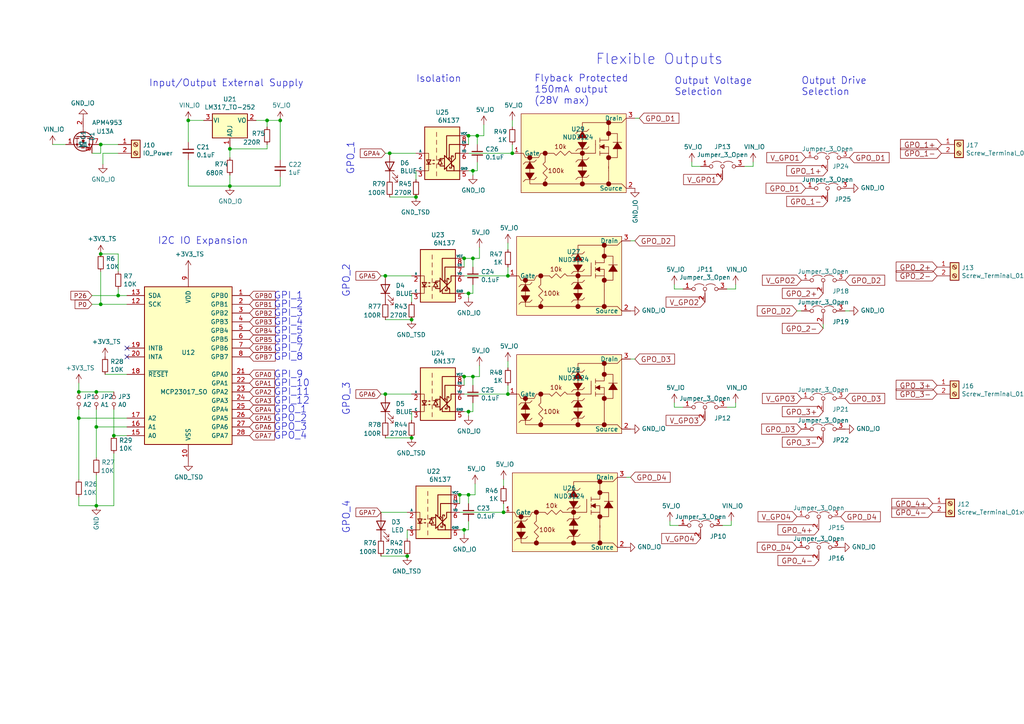
<source format=kicad_sch>
(kicad_sch (version 20211123) (generator eeschema)
  (paper "A4")
  (title_block (title "Tensile Board") (date "2021-02-23") (rev "1"))
  (junction (at 54.61 34.925))
  (junction (at 137.16 74.93))
  (junction (at 27.94 123.825))
  (junction (at 137.16 109.22))
  (junction (at 135.89 143.51))
  (junction (at 81.28 34.925))
  (junction (at 135.89 85.09))
  (junction (at 133.35 143.51))
  (junction (at 135.89 119.38))
  (junction (at 134.62 74.93))
  (junction (at 27.94 146.685))
  (junction (at 137.16 49.53))
  (junction (at 119.38 127))
  (junction (at 66.675 43.18))
  (junction (at 29.21 41.91))
  (junction (at 22.86 113.665))
  (junction (at 134.62 109.22))
  (junction (at 118.11 161.29))
  (junction (at 22.86 121.285))
  (junction (at 148.59 44.45))
  (junction (at 134.62 153.67))
  (junction (at 29.21 73.66))
  (junction (at 77.47 34.925))
  (junction (at 138.43 39.37))
  (junction (at 135.89 39.37))
  (junction (at 120.65 57.15))
  (junction (at 111.76 114.3))
  (junction (at 66.675 53.975))
  (junction (at 146.05 148.59))
  (junction (at 147.32 80.01))
  (junction (at 29.21 88.265))
  (junction (at 34.29 85.725))
  (junction (at 27.94 113.665))
  (junction (at 33.02 126.365))
  (junction (at 119.38 92.71))
  (junction (at 113.03 44.45))
  (junction (at 111.76 80.01))
  (junction (at 147.32 114.3))
  (no_connect (at 36.83 103.505))
  (no_connect (at 36.83 100.965))
  (wire (pts (xy 66.675 53.975) (xy 66.675 50.8)))
  (wire (pts (xy 213.36 118.11) (xy 210.82 118.11)))
  (wire (pts (xy 27.94 123.825) (xy 27.94 118.745)))
  (wire (pts (xy 134.62 119.38) (xy 135.89 119.38)))
  (wire (pts (xy 66.675 53.975) (xy 81.28 53.975)))
  (wire (pts (xy 133.35 148.59) (xy 146.05 148.59)))
  (wire (pts (xy 27.94 113.665) (xy 33.02 113.665)))
  (wire (pts (xy 134.62 111.76) (xy 134.62 109.22)))
  (wire (pts (xy 54.61 53.975) (xy 66.675 53.975)))
  (wire (pts (xy 29.21 73.66) (xy 34.29 73.66)))
  (wire (pts (xy 218.44 48.26) (xy 218.44 46.99)))
  (wire (pts (xy 77.47 43.18) (xy 77.47 41.91)))
  (wire (pts (xy 185.42 34.29) (xy 184.15 34.29)))
  (wire (pts (xy 81.28 34.925) (xy 81.28 46.355)))
  (wire (pts (xy 139.065 109.22) (xy 139.065 106.045)))
  (wire (pts (xy 238.76 93.98) (xy 238.76 95.25)))
  (wire (pts (xy 134.62 77.47) (xy 134.62 74.93)))
  (wire (pts (xy 181.61 138.43) (xy 182.88 138.43)))
  (wire (pts (xy 34.29 83.82) (xy 34.29 85.725)))
  (wire (pts (xy 33.02 126.365) (xy 33.02 118.745)))
  (wire (pts (xy 138.43 41.91) (xy 138.43 39.37)))
  (wire (pts (xy 232.41 90.17) (xy 231.14 90.17)))
  (wire (pts (xy 34.29 85.725) (xy 36.83 85.725)))
  (wire (pts (xy 140.335 39.37) (xy 140.335 36.195)))
  (wire (pts (xy 134.62 114.3) (xy 147.32 114.3)))
  (wire (pts (xy 54.61 34.925) (xy 54.61 41.275)))
  (wire (pts (xy 194.31 152.4) (xy 196.85 152.4)))
  (wire (pts (xy 134.62 85.09) (xy 135.89 85.09)))
  (wire (pts (xy 34.29 73.66) (xy 34.29 78.74)))
  (wire (pts (xy 29.21 78.74) (xy 29.21 88.265)))
  (wire (pts (xy 134.62 74.93) (xy 137.16 74.93)))
  (wire (pts (xy 29.845 44.45) (xy 29.845 47.625)))
  (wire (pts (xy 27.94 137.795) (xy 27.94 146.685)))
  (wire (pts (xy 111.76 127) (xy 119.38 127)))
  (wire (pts (xy 135.89 119.38) (xy 135.89 120.65)))
  (wire (pts (xy 200.66 46.99) (xy 200.66 48.26)))
  (wire (pts (xy 148.59 41.91) (xy 148.59 44.45)))
  (wire (pts (xy 135.89 41.91) (xy 135.89 39.37)))
  (wire (pts (xy 77.47 36.83) (xy 77.47 34.925)))
  (wire (pts (xy 66.675 43.18) (xy 77.47 43.18)))
  (wire (pts (xy 133.35 153.67) (xy 134.62 153.67)))
  (wire (pts (xy 27.94 113.665) (xy 22.86 113.665)))
  (wire (pts (xy 135.89 85.09) (xy 137.16 85.09)))
  (wire (pts (xy 29.21 44.45) (xy 29.21 41.91)))
  (wire (pts (xy 81.28 53.975) (xy 81.28 51.435)))
  (wire (pts (xy 118.11 156.21) (xy 118.11 153.67)))
  (wire (pts (xy 137.16 49.53) (xy 138.43 49.53)))
  (wire (pts (xy 135.89 49.53) (xy 137.16 49.53)))
  (wire (pts (xy 111.76 80.01) (xy 119.38 80.01)))
  (wire (pts (xy 213.36 82.55) (xy 213.36 83.82)))
  (wire (pts (xy 77.47 34.925) (xy 81.28 34.925)))
  (wire (pts (xy 138.43 49.53) (xy 138.43 46.99)))
  (wire (pts (xy 135.89 146.05) (xy 135.89 143.51)))
  (wire (pts (xy 137.16 74.93) (xy 139.065 74.93)))
  (wire (pts (xy 54.61 46.355) (xy 54.61 53.975)))
  (wire (pts (xy 33.02 131.445) (xy 33.02 146.685)))
  (wire (pts (xy 34.29 44.45) (xy 29.845 44.45)))
  (wire (pts (xy 26.67 85.725) (xy 34.29 85.725)))
  (wire (pts (xy 195.58 116.84) (xy 195.58 118.11)))
  (wire (pts (xy 66.675 43.18) (xy 66.675 42.545)))
  (wire (pts (xy 111.76 92.71) (xy 119.38 92.71)))
  (wire (pts (xy 137.16 85.09) (xy 137.16 82.55)))
  (wire (pts (xy 147.32 77.47) (xy 147.32 80.01)))
  (wire (pts (xy 134.62 153.67) (xy 135.89 153.67)))
  (wire (pts (xy 54.61 34.925) (xy 59.055 34.925)))
  (wire (pts (xy 113.03 44.45) (xy 120.65 44.45)))
  (wire (pts (xy 135.89 39.37) (xy 138.43 39.37)))
  (wire (pts (xy 137.16 49.53) (xy 137.16 50.8)))
  (wire (pts (xy 36.83 108.585) (xy 30.48 108.585)))
  (wire (pts (xy 195.58 83.82) (xy 198.12 83.82)))
  (wire (pts (xy 146.05 140.97) (xy 146.05 139.065)))
  (wire (pts (xy 212.09 152.4) (xy 209.55 152.4)))
  (wire (pts (xy 111.76 114.3) (xy 119.38 114.3)))
  (wire (pts (xy 110.49 80.01) (xy 111.76 80.01)))
  (wire (pts (xy 27.94 123.825) (xy 36.83 123.825)))
  (wire (pts (xy 135.89 44.45) (xy 148.59 44.45)))
  (wire (pts (xy 66.675 43.18) (xy 66.675 45.72)))
  (wire (pts (xy 134.62 109.22) (xy 137.16 109.22)))
  (wire (pts (xy 119.38 121.92) (xy 119.38 119.38)))
  (wire (pts (xy 135.89 153.67) (xy 135.89 151.13)))
  (wire (pts (xy 245.11 90.17) (xy 246.38 90.17)))
  (wire (pts (xy 110.49 114.3) (xy 111.76 114.3)))
  (wire (pts (xy 22.86 121.285) (xy 22.86 118.745)))
  (wire (pts (xy 148.59 36.83) (xy 148.59 34.925)))
  (wire (pts (xy 134.62 80.01) (xy 147.32 80.01)))
  (wire (pts (xy 36.83 126.365) (xy 33.02 126.365)))
  (wire (pts (xy 194.31 151.13) (xy 194.31 152.4)))
  (wire (pts (xy 147.32 111.76) (xy 147.32 114.3)))
  (wire (pts (xy 184.15 104.14) (xy 182.88 104.14)))
  (wire (pts (xy 213.36 83.82) (xy 210.82 83.82)))
  (wire (pts (xy 110.49 148.59) (xy 118.11 148.59)))
  (wire (pts (xy 135.89 119.38) (xy 137.16 119.38)))
  (wire (pts (xy 111.76 44.45) (xy 113.03 44.45)))
  (wire (pts (xy 200.66 48.26) (xy 203.2 48.26)))
  (wire (pts (xy 29.21 88.265) (xy 36.83 88.265)))
  (wire (pts (xy 110.49 161.29) (xy 118.11 161.29)))
  (wire (pts (xy 182.88 69.85) (xy 184.15 69.85)))
  (wire (pts (xy 212.09 151.13) (xy 212.09 152.4)))
  (wire (pts (xy 113.03 57.15) (xy 120.65 57.15)))
  (wire (pts (xy 146.05 146.05) (xy 146.05 148.59)))
  (wire (pts (xy 135.89 143.51) (xy 137.795 143.51)))
  (wire (pts (xy 213.36 116.84) (xy 213.36 118.11)))
  (wire (pts (xy 195.58 82.55) (xy 195.58 83.82)))
  (wire (pts (xy 137.16 77.47) (xy 137.16 74.93)))
  (wire (pts (xy 29.21 88.265) (xy 26.67 88.265)))
  (wire (pts (xy 195.58 118.11) (xy 198.12 118.11)))
  (wire (pts (xy 138.43 39.37) (xy 140.335 39.37)))
  (wire (pts (xy 119.38 87.63) (xy 119.38 85.09)))
  (wire (pts (xy 137.16 119.38) (xy 137.16 116.84)))
  (wire (pts (xy 29.21 41.91) (xy 34.29 41.91)))
  (wire (pts (xy 77.47 34.925) (xy 74.295 34.925)))
  (wire (pts (xy 137.795 143.51) (xy 137.795 140.335)))
  (wire (pts (xy 22.86 121.285) (xy 36.83 121.285)))
  (wire (pts (xy 26.67 44.45) (xy 29.21 44.45)))
  (wire (pts (xy 22.86 146.685) (xy 27.94 146.685)))
  (wire (pts (xy 27.94 146.685) (xy 33.02 146.685)))
  (wire (pts (xy 147.32 72.39) (xy 147.32 70.485)))
  (wire (pts (xy 215.9 48.26) (xy 218.44 48.26)))
  (wire (pts (xy 22.86 144.145) (xy 22.86 146.685)))
  (wire (pts (xy 134.62 153.67) (xy 134.62 154.94)))
  (wire (pts (xy 27.94 132.715) (xy 27.94 123.825)))
  (wire (pts (xy 15.24 41.91) (xy 19.05 41.91)))
  (wire (pts (xy 22.86 139.065) (xy 22.86 121.285)))
  (wire (pts (xy 139.065 74.93) (xy 139.065 71.755)))
  (wire (pts (xy 22.86 113.665) (xy 22.86 111.125)))
  (wire (pts (xy 135.89 85.09) (xy 135.89 86.36)))
  (wire (pts (xy 137.16 111.76) (xy 137.16 109.22)))
  (wire (pts (xy 137.16 109.22) (xy 139.065 109.22)))
  (wire (pts (xy 133.35 146.05) (xy 133.35 143.51)))
  (wire (pts (xy 147.32 106.68) (xy 147.32 104.775)))
  (wire (pts (xy 133.35 143.51) (xy 135.89 143.51)))
  (wire (pts (xy 120.65 52.07) (xy 120.65 49.53)))
  (text "GPI_6" (at 79.375 99.695 0) (effects (font (size 2.0066 2.0066)) (justify left bottom)))
  (text "GPO_3" (at 101.6 120.65 90) (effects (font (size 2.0066 2.0066)) (justify left bottom)))
  (text "GPI_4" (at 79.375 94.615 0) (effects (font (size 2.0066 2.0066)) (justify left bottom)))
  (text "Output Voltage\nSelection" (at 195.58 27.94 0) (effects (font (size 2.0066 2.0066)) (justify left bottom)))
  (text "GPI_11" (at 79.375 114.935 0) (effects (font (size 2.0066 2.0066)) (justify left bottom)))
  (text "Flexible Outputs" (at 172.72 19.05 0) (effects (font (size 2.9972 2.9972)) (justify left bottom)))
  (text "GPI_7" (at 79.375 102.235 0) (effects (font (size 2.0066 2.0066)) (justify left bottom)))
  (text "GPO_3" (at 79.375 125.095 0) (effects (font (size 2.0066 2.0066)) (justify left bottom)))
  (text "GPI_10" (at 79.375 112.395 0) (effects (font (size 2.0066 2.0066)) (justify left bottom)))
  (text "Input/Output External Supply" (at 43.18 25.4 0) (effects (font (size 2.0066 2.0066)) (justify left bottom)))
  (text "GPI_3" (at 79.375 92.075 0) (effects (font (size 2.0066 2.0066)) (justify left bottom)))
  (text "GPI_9" (at 79.375 109.855 0) (effects (font (size 2.0066 2.0066)) (justify left bottom)))
  (text "GPO_2" (at 79.375 122.555 0) (effects (font (size 2.0066 2.0066)) (justify left bottom)))
  (text "GPO_1" (at 102.87 50.8 90) (effects (font (size 2.0066 2.0066)) (justify left bottom)))
  (text "I2C IO Expansion" (at 45.72 71.12 0) (effects (font (size 2.0066 2.0066)) (justify left bottom)))
  (text "GPI_1" (at 79.375 86.995 0) (effects (font (size 2.0066 2.0066)) (justify left bottom)))
  (text "GPO_4" (at 101.6 154.94 90) (effects (font (size 2.0066 2.0066)) (justify left bottom)))
  (text "GPI_12" (at 79.375 117.475 0) (effects (font (size 2.0066 2.0066)) (justify left bottom)))
  (text "GPI_8" (at 79.375 104.775 0) (effects (font (size 2.0066 2.0066)) (justify left bottom)))
  (text "GPO_4" (at 79.375 127.635 0) (effects (font (size 2.0066 2.0066)) (justify left bottom)))
  (text "GPO_2" (at 101.6 86.36 90) (effects (font (size 2.0066 2.0066)) (justify left bottom)))
  (text "GPI_5" (at 79.375 97.155 0) (effects (font (size 2.0066 2.0066)) (justify left bottom)))
  (text "GPI_2" (at 79.375 89.535 0) (effects (font (size 2.0066 2.0066)) (justify left bottom)))
  (text "GPO_1" (at 79.375 120.015 0) (effects (font (size 2.0066 2.0066)) (justify left bottom)))
  (text "Isolation" (at 120.65 24.13 0) (effects (font (size 2.0066 2.0066)) (justify left bottom)))
  (text "Output Drive\nSelection" (at 232.41 27.94 0) (effects (font (size 2.0066 2.0066)) (justify left bottom)))
  (text "Flyback Protected\n150mA output\n(28V max)" (at 154.94 30.48 0) (effects (font (size 2.0066 2.0066)) (justify left bottom)))
  (global_label "GPB0" (shape input) (at 72.39 85.725 0) (property "Intersheet References" "${INTERSHEET_REFS}" (effects hide)))
  (global_label "GPO_D3" (shape input) (at 184.15 104.14 0) (effects (font (size 1.4986 1.4986))) (property "Intersheet References" "${INTERSHEET_REFS}" (effects hide)))
  (global_label "GPA6" (shape input) (at 72.39 123.825 0) (property "Intersheet References" "${INTERSHEET_REFS}" (effects hide)))
  (global_label "GPA1" (shape input) (at 72.39 111.125 0) (property "Intersheet References" "${INTERSHEET_REFS}" (effects hide)))
  (global_label "GPO_1+" (shape input) (at 273.05 41.91 180) (effects (font (size 1.4986 1.4986))) (property "Intersheet References" "${INTERSHEET_REFS}" (effects hide)))
  (global_label "GPO_D2" (shape input) (at 245.11 81.28 0) (effects (font (size 1.4986 1.4986))) (property "Intersheet References" "${INTERSHEET_REFS}" (effects hide)))
  (global_label "GPO_1+" (shape input) (at 240.03 49.53 180) (effects (font (size 1.4986 1.4986))) (property "Intersheet References" "${INTERSHEET_REFS}" (effects hide)))
  (global_label "GPB3" (shape input) (at 72.39 93.345 0) (property "Intersheet References" "${INTERSHEET_REFS}" (effects hide)))
  (global_label "GPO_4-" (shape input) (at 270.51 148.59 180) (effects (font (size 1.4986 1.4986))) (property "Intersheet References" "${INTERSHEET_REFS}" (effects hide)))
  (global_label "GPO_1-" (shape input) (at 273.05 44.45 180) (effects (font (size 1.4986 1.4986))) (property "Intersheet References" "${INTERSHEET_REFS}" (effects hide)))
  (global_label "P26" (shape input) (at 26.67 85.725 180) (property "Intersheet References" "${INTERSHEET_REFS}" (effects hide)))
  (global_label "GPB4" (shape input) (at 72.39 95.885 0) (property "Intersheet References" "${INTERSHEET_REFS}" (effects hide)))
  (global_label "V_GPO2" (shape input) (at 232.41 81.28 180) (effects (font (size 1.4986 1.4986))) (property "Intersheet References" "${INTERSHEET_REFS}" (effects hide)))
  (global_label "GPA6" (shape input) (at 110.49 114.3 180) (property "Intersheet References" "${INTERSHEET_REFS}" (effects hide)))
  (global_label "V_GPO1" (shape input) (at 233.68 45.72 180) (effects (font (size 1.4986 1.4986))) (property "Intersheet References" "${INTERSHEET_REFS}" (effects hide)))
  (global_label "GPO_D3" (shape input) (at 245.11 115.57 0) (effects (font (size 1.4986 1.4986))) (property "Intersheet References" "${INTERSHEET_REFS}" (effects hide)))
  (global_label "GPB2" (shape input) (at 72.39 90.805 0) (property "Intersheet References" "${INTERSHEET_REFS}" (effects hide)))
  (global_label "GPO_D4" (shape input) (at 231.14 158.75 180) (effects (font (size 1.4986 1.4986))) (property "Intersheet References" "${INTERSHEET_REFS}" (effects hide)))
  (global_label "GPO_3+" (shape input) (at 271.78 111.76 180) (effects (font (size 1.4986 1.4986))) (property "Intersheet References" "${INTERSHEET_REFS}" (effects hide)))
  (global_label "GPO_4+" (shape input) (at 237.49 153.67 180) (effects (font (size 1.4986 1.4986))) (property "Intersheet References" "${INTERSHEET_REFS}" (effects hide)))
  (global_label "P0" (shape input) (at 26.67 88.265 180) (property "Intersheet References" "${INTERSHEET_REFS}" (effects hide)))
  (global_label "GPO_D1" (shape input) (at 246.38 45.72 0) (effects (font (size 1.4986 1.4986))) (property "Intersheet References" "${INTERSHEET_REFS}" (effects hide)))
  (global_label "GPB6" (shape input) (at 72.39 100.965 0) (property "Intersheet References" "${INTERSHEET_REFS}" (effects hide)))
  (global_label "GPO_3+" (shape input) (at 238.76 119.38 180) (effects (font (size 1.4986 1.4986))) (property "Intersheet References" "${INTERSHEET_REFS}" (effects hide)))
  (global_label "GPO_2-" (shape input) (at 271.78 80.01 180) (effects (font (size 1.4986 1.4986))) (property "Intersheet References" "${INTERSHEET_REFS}" (effects hide)))
  (global_label "GPO_3-" (shape input) (at 238.76 128.27 180) (effects (font (size 1.4986 1.4986))) (property "Intersheet References" "${INTERSHEET_REFS}" (effects hide)))
  (global_label "GPO_D3" (shape input) (at 232.41 124.46 180) (effects (font (size 1.4986 1.4986))) (property "Intersheet References" "${INTERSHEET_REFS}" (effects hide)))
  (global_label "GPO_2+" (shape input) (at 271.78 77.47 180) (effects (font (size 1.4986 1.4986))) (property "Intersheet References" "${INTERSHEET_REFS}" (effects hide)))
  (global_label "GPO_4+" (shape input) (at 270.51 146.05 180) (effects (font (size 1.4986 1.4986))) (property "Intersheet References" "${INTERSHEET_REFS}" (effects hide)))
  (global_label "GPO_D1" (shape input) (at 233.68 54.61 180) (effects (font (size 1.4986 1.4986))) (property "Intersheet References" "${INTERSHEET_REFS}" (effects hide)))
  (global_label "V_GPO1" (shape input) (at 209.55 52.07 180) (effects (font (size 1.4986 1.4986))) (property "Intersheet References" "${INTERSHEET_REFS}" (effects hide)))
  (global_label "GPB1" (shape input) (at 72.39 88.265 0) (property "Intersheet References" "${INTERSHEET_REFS}" (effects hide)))
  (global_label "GPA7" (shape input) (at 72.39 126.365 0) (property "Intersheet References" "${INTERSHEET_REFS}" (effects hide)))
  (global_label "GPA2" (shape input) (at 72.39 113.665 0) (property "Intersheet References" "${INTERSHEET_REFS}" (effects hide)))
  (global_label "GPB7" (shape input) (at 72.39 103.505 0) (property "Intersheet References" "${INTERSHEET_REFS}" (effects hide)))
  (global_label "V_GPO3" (shape input) (at 204.47 121.92 180) (effects (font (size 1.4986 1.4986))) (property "Intersheet References" "${INTERSHEET_REFS}" (effects hide)))
  (global_label "GPO_D4" (shape input) (at 182.88 138.43 0) (effects (font (size 1.4986 1.4986))) (property "Intersheet References" "${INTERSHEET_REFS}" (effects hide)))
  (global_label "GPA4" (shape input) (at 111.76 44.45 180) (property "Intersheet References" "${INTERSHEET_REFS}" (effects hide)))
  (global_label "GPA5" (shape input) (at 110.49 80.01 180) (property "Intersheet References" "${INTERSHEET_REFS}" (effects hide)))
  (global_label "GPO_3-" (shape input) (at 271.78 114.3 180) (effects (font (size 1.4986 1.4986))) (property "Intersheet References" "${INTERSHEET_REFS}" (effects hide)))
  (global_label "GPO_2+" (shape input) (at 238.76 85.09 180) (effects (font (size 1.4986 1.4986))) (property "Intersheet References" "${INTERSHEET_REFS}" (effects hide)))
  (global_label "GPO_D1" (shape input) (at 185.42 34.29 0) (effects (font (size 1.4986 1.4986))) (property "Intersheet References" "${INTERSHEET_REFS}" (effects hide)))
  (global_label "V_GPO4" (shape input) (at 231.14 149.86 180) (effects (font (size 1.4986 1.4986))) (property "Intersheet References" "${INTERSHEET_REFS}" (effects hide)))
  (global_label "GPB5" (shape input) (at 72.39 98.425 0) (property "Intersheet References" "${INTERSHEET_REFS}" (effects hide)))
  (global_label "V_GPO4" (shape input) (at 203.2 156.21 180) (effects (font (size 1.4986 1.4986))) (property "Intersheet References" "${INTERSHEET_REFS}" (effects hide)))
  (global_label "V_GPO2" (shape input) (at 204.47 87.63 180) (effects (font (size 1.4986 1.4986))) (property "Intersheet References" "${INTERSHEET_REFS}" (effects hide)))
  (global_label "GPO_1-" (shape input) (at 240.03 58.42 180) (effects (font (size 1.4986 1.4986))) (property "Intersheet References" "${INTERSHEET_REFS}" (effects hide)))
  (global_label "GPA4" (shape input) (at 72.39 118.745 0) (property "Intersheet References" "${INTERSHEET_REFS}" (effects hide)))
  (global_label "GPO_D2" (shape input) (at 184.15 69.85 0) (effects (font (size 1.4986 1.4986))) (property "Intersheet References" "${INTERSHEET_REFS}" (effects hide)))
  (global_label "GPO_D2" (shape input) (at 231.14 90.17 180) (effects (font (size 1.4986 1.4986))) (property "Intersheet References" "${INTERSHEET_REFS}" (effects hide)))
  (global_label "GPO_2-" (shape input) (at 238.76 95.25 180) (effects (font (size 1.4986 1.4986))) (property "Intersheet References" "${INTERSHEET_REFS}" (effects hide)))
  (global_label "GPO_D4" (shape input) (at 243.84 149.86 0) (effects (font (size 1.4986 1.4986))) (property "Intersheet References" "${INTERSHEET_REFS}" (effects hide)))
  (global_label "GPA3" (shape input) (at 72.39 116.205 0) (property "Intersheet References" "${INTERSHEET_REFS}" (effects hide)))
  (global_label "V_GPO3" (shape input) (at 232.41 115.57 180) (effects (font (size 1.4986 1.4986))) (property "Intersheet References" "${INTERSHEET_REFS}" (effects hide)))
  (global_label "GPO_4-" (shape input) (at 237.49 162.56 180) (effects (font (size 1.4986 1.4986))) (property "Intersheet References" "${INTERSHEET_REFS}" (effects hide)))
  (global_label "GPA7" (shape input) (at 110.49 148.59 180) (property "Intersheet References" "${INTERSHEET_REFS}" (effects hide)))
  (global_label "GPA0" (shape input) (at 72.39 108.585 0) (property "Intersheet References" "${INTERSHEET_REFS}" (effects hide)))
  (global_label "GPA5" (shape input) (at 72.39 121.285 0) (property "Intersheet References" "${INTERSHEET_REFS}" (effects hide)))
  (symbol (lib_id "power:GND") (at 27.94 146.685 0)
    (property "Reference" "#PWR0143" (effects hide))
    (property "Value" "GND" (at 27.94 151.765 90))
  )
  (symbol (lib_id "Device:R_Small") (at 33.02 128.905 0)
    (property "Reference" "R29" (at 34.5186 127.7366 0) (effects (justify left)))
    (property "Value" "10K" (at 34.5186 130.048 0) (effects (justify left)))
    (property "Footprint" "Resistor_SMD:R_0603_1608Metric" (effects hide))
    (property "Datasheet" "https://datasheet.lcsc.com/szlcsc/Uniroyal-Elec-0603WAF1002T5E_C25804.pdf" (effects hide))
    (property "LCSC" "C25804" (effects hide))
    (property "Type" "BASIC" (effects hide))
  )
  (symbol (lib_id "Device:R_Small") (at 27.94 135.255 0)
    (property "Reference" "R27" (at 29.4386 134.0866 0) (effects (justify left)))
    (property "Value" "10K" (at 29.21 136.525 0) (effects (justify left)))
    (property "Footprint" "Resistor_SMD:R_0603_1608Metric" (effects hide))
    (property "Datasheet" "https://datasheet.lcsc.com/szlcsc/Uniroyal-Elec-0603WAF1002T5E_C25804.pdf" (effects hide))
    (property "LCSC" "C25804" (effects hide))
    (property "Type" "BASIC" (effects hide))
  )
  (symbol (lib_id "Device:R_Small") (at 22.86 141.605 0)
    (property "Reference" "R26" (at 24.3586 140.4366 0) (effects (justify left)))
    (property "Value" "10K" (at 24.13 142.875 0) (effects (justify left)))
    (property "Footprint" "Resistor_SMD:R_0603_1608Metric" (effects hide))
    (property "Datasheet" "https://datasheet.lcsc.com/szlcsc/Uniroyal-Elec-0603WAF1002T5E_C25804.pdf" (effects hide))
    (property "LCSC" "C25804" (effects hide))
    (property "Type" "BASIC" (effects hide))
  )
  (symbol (lib_id "Device:Jumper_NO_Small") (at 33.02 116.205 270)
    (property "Reference" "JP3" (at 34.2392 115.0366 90) (effects (justify left)))
    (property "Value" "A0" (at 34.2392 117.348 90) (effects (justify left)))
    (property "Footprint" "Jumper:SolderJumper-2_P1.3mm_Open_Pad1.0x1.5mm" (effects hide))
    (property "Type" "NA" (effects hide))
  )
  (symbol (lib_id "Device:Jumper_NO_Small") (at 27.94 116.205 270)
    (property "Reference" "JP2" (at 29.1592 115.0366 90) (effects (justify left)))
    (property "Value" "A1" (at 29.1592 117.348 90) (effects (justify left)))
    (property "Footprint" "Jumper:SolderJumper-2_P1.3mm_Open_Pad1.0x1.5mm" (effects hide))
    (property "Type" "NA" (effects hide))
  )
  (symbol (lib_id "Device:Jumper_NO_Small") (at 22.86 116.205 270)
    (property "Reference" "JP1" (at 24.0792 115.0366 90) (effects (justify left)))
    (property "Value" "A2" (at 24.0792 117.348 90) (effects (justify left)))
    (property "Footprint" "Jumper:SolderJumper-2_P1.3mm_Open_Pad1.0x1.5mm" (effects hide))
    (property "Type" "NA" (effects hide))
  )
  (symbol (lib_id "Device:R_Small") (at 30.48 106.045 0)
    (property "Reference" "R28" (at 31.9786 104.8766 0) (effects (justify left)))
    (property "Value" "10K" (at 31.9786 107.188 0) (effects (justify left)))
    (property "Footprint" "Resistor_SMD:R_0603_1608Metric" (effects hide))
    (property "Datasheet" "https://datasheet.lcsc.com/szlcsc/Uniroyal-Elec-0603WAF1002T5E_C25804.pdf" (effects hide))
    (property "LCSC" "C25804" (effects hide))
    (property "Type" "BASIC" (effects hide))
  )
  (symbol (lib_id "Interface_Expansion:MCP23017_SO") (at 54.61 106.045 0)
    (property "Reference" "U12" (at 54.61 102.235 0))
    (property "Value" "MCP23017_SO" (at 53.34 113.665 0))
    (property "Footprint" "Package_SO:SOIC-28W_7.5x17.9mm_P1.27mm" (effects hide))
    (property "Datasheet" "http://ww1.microchip.com/downloads/en/DeviceDoc/20001952C.pdf" (effects hide))
    (property "LCSC" "C47023" (effects hide))
    (property "Type" "EXT" (effects hide))
  )
  (symbol (lib_id "Tensile_Board:GND_TSD") (at 54.61 133.985 0) (unit 1)
    (property "Reference" "#PWR0144" (effects hide))
    (property "Value" "GND_TSD" (at 54.737 138.3792 0))
  )
  (symbol (lib_id "Tensile_Board:+3.3V_TS") (at 22.86 111.125 0) (unit 1)
    (property "Reference" "#PWR0145" (effects hide))
    (property "Value" "+3.3V_TS" (at 23.241 106.7308 0))
  )
  (symbol (lib_id "Tensile_Board:+3.3V_TS") (at 30.48 103.505 0) (unit 1)
    (property "Reference" "#PWR0146" (effects hide))
    (property "Value" "+3.3V_TS" (at 30.861 99.1108 0))
  )
  (symbol (lib_id "Tensile_Board:+3.3V_TS") (at 54.61 78.105 0) (unit 1)
    (property "Reference" "#PWR0147" (effects hide))
    (property "Value" "+3.3V_TS" (at 54.991 73.7108 0))
  )
  (symbol (lib_id "Tensile_Board:5V_IO") (at 200.66 46.99 0) (unit 1)
    (property "Reference" "#PWR0154" (effects hide))
    (property "Value" "5V_IO" (at 201.041 42.5958 0))
  )
  (symbol (lib_id "Tensile_Board:GND_TSD") (at 120.65 57.15 0) (mirror y)
    (property "Reference" "#PWR0153" (effects hide))
    (property "Value" "GND_TSD" (at 120.523 61.5442 0))
  )
  (symbol (lib_id "Isolator:6N137") (at 128.27 44.45 0)
    (property "Reference" "U25" (at 128.27 32.5882 0))
    (property "Value" "6N137" (at 130.175 34.925 0))
    (property "Footprint" "Package_SO:SOP-8_6.62x9.15mm_P2.54mm" (effects hide))
    (property "Datasheet" "https://docs.broadcom.com/docs/AV02-0940EN" (effects hide))
    (property "LCSC" "C110020" (effects hide))
    (property "Type" "BASIC" (effects hide))
  )
  (symbol (lib_id "Device:C_Small") (at 138.43 44.45 0)
    (property "Reference" "C26" (at 140.7668 43.2816 0) (effects (justify left)))
    (property "Value" "0.1uF" (at 140.7668 45.593 0) (effects (justify left)))
    (property "Footprint" "Capacitor_SMD:C_0603_1608Metric" (effects hide))
    (property "Datasheet" "https://datasheet.lcsc.com/szlcsc/YAGEO-CC0603KRX7R9BB104_C14663.pdf" (effects hide))
    (property "LCSC" "C14663" (effects hide))
    (property "Type" "BASIC" (effects hide))
  )
  (symbol (lib_id "Device:R_Small") (at 120.65 54.61 0)
    (property "Reference" "R45" (at 115.57 53.34 0) (effects (justify left)))
    (property "Value" "270R" (at 114.3 55.88 0) (effects (justify left)))
    (property "Footprint" "Resistor_SMD:R_0603_1608Metric" (effects hide))
    (property "Datasheet" "https://datasheet.lcsc.com/szlcsc/Uniroyal-Elec-0603WAF2700T5E_C22966.pdf" (effects hide))
    (property "LCSC" "C22966" (effects hide))
    (property "Type" "BASIC" (effects hide))
  )
  (symbol (lib_id "Device:R_Small") (at 148.59 39.37 0) (mirror y)
    (property "Reference" "R49" (at 147.0914 38.2016 0) (effects (justify left)))
    (property "Value" "1K" (at 147.0914 40.513 0) (effects (justify left)))
    (property "Footprint" "Resistor_SMD:R_0603_1608Metric" (effects hide))
    (property "Datasheet" "https://datasheet.lcsc.com/szlcsc/Uniroyal-Elec-0603WAF3600T5E_C25194.pdf" (effects hide))
    (property "LCSC" "C21190" (effects hide))
    (property "Type" "BASIC" (effects hide))
  )
  (symbol (lib_id "Tensile_Board:NUD3124") (at 167.64 44.45 0) (unit 1)
    (property "Reference" "U29" (at 167.64 37.465 0))
    (property "Value" "NUD3124" (at 167.64 39.7764 0))
    (property "Footprint" "Package_TO_SOT_SMD:SOT-23" (effects hide))
    (property "Datasheet" "https://datasheet.lcsc.com/szlcsc/ON-Semicon-ON-NUD3124LT1G_C85758.pdf" (effects hide))
    (property "LCSC" "C85758" (effects hide))
    (property "Type" "EXT" (effects hide))
  )
  (symbol (lib_id "Tensile_Board:5V_IO") (at 148.59 34.925 0) (unit 1)
    (property "Reference" "#PWR0152" (effects hide))
    (property "Value" "5V_IO" (at 148.971 30.5308 0))
  )
  (symbol (lib_id "Tensile_Board:GND_IO") (at 137.16 50.8 0) (unit 1)
    (property "Reference" "#PWR0151" (effects hide))
    (property "Value" "GND_IO" (at 137.287 55.1942 0))
  )
  (symbol (lib_id "Tensile_Board:5V_IO") (at 140.335 36.195 0) (unit 1)
    (property "Reference" "#PWR0150" (effects hide))
    (property "Value" "5V_IO" (at 140.716 31.8008 0))
  )
  (symbol (lib_id "Tensile_Board:5V_IO") (at 139.065 71.755 0) (unit 1)
    (property "Reference" "#PWR0157" (effects hide))
    (property "Value" "5V_IO" (at 139.446 67.3608 0))
  )
  (symbol (lib_id "Tensile_Board:GND_IO") (at 135.89 86.36 0) (unit 1)
    (property "Reference" "#PWR0158" (effects hide))
    (property "Value" "GND_IO" (at 136.017 90.7542 0))
  )
  (symbol (lib_id "Tensile_Board:5V_IO") (at 147.32 70.485 0) (unit 1)
    (property "Reference" "#PWR0159" (effects hide))
    (property "Value" "5V_IO" (at 147.701 66.0908 0))
  )
  (symbol (lib_id "Tensile_Board:NUD3124") (at 166.37 80.01 0) (unit 1)
    (property "Reference" "U27" (at 166.37 73.025 0))
    (property "Value" "NUD3124" (at 166.37 75.3364 0))
    (property "Footprint" "Package_TO_SOT_SMD:SOT-23" (effects hide))
    (property "Datasheet" "https://datasheet.lcsc.com/szlcsc/ON-Semicon-ON-NUD3124LT1G_C85758.pdf" (effects hide))
    (property "LCSC" "C85758" (effects hide))
    (property "Type" "EXT" (effects hide))
  )
  (symbol (lib_id "Device:R_Small") (at 147.32 74.93 0) (mirror y)
    (property "Reference" "R47" (at 145.8214 73.7616 0) (effects (justify left)))
    (property "Value" "1K" (at 145.8214 76.073 0) (effects (justify left)))
    (property "Footprint" "Resistor_SMD:R_0603_1608Metric" (effects hide))
    (property "Datasheet" "https://datasheet.lcsc.com/szlcsc/Uniroyal-Elec-0603WAF3600T5E_C25194.pdf" (effects hide))
    (property "LCSC" "C21190" (effects hide))
    (property "Type" "BASIC" (effects hide))
  )
  (symbol (lib_id "Device:R_Small") (at 119.38 90.17 0)
    (property "Reference" "R43" (at 114.3 88.9 0) (effects (justify left)))
    (property "Value" "270R" (at 113.03 91.44 0) (effects (justify left)))
    (property "Footprint" "Resistor_SMD:R_0603_1608Metric" (effects hide))
    (property "Datasheet" "https://datasheet.lcsc.com/szlcsc/Uniroyal-Elec-0603WAF2700T5E_C22966.pdf" (effects hide))
    (property "LCSC" "C22966" (effects hide))
    (property "Type" "BASIC" (effects hide))
  )
  (symbol (lib_id "Device:C_Small") (at 137.16 80.01 0)
    (property "Reference" "C24" (at 139.4968 78.8416 0) (effects (justify left)))
    (property "Value" "0.1uF" (at 139.4968 81.153 0) (effects (justify left)))
    (property "Footprint" "Capacitor_SMD:C_0603_1608Metric" (effects hide))
    (property "Datasheet" "https://datasheet.lcsc.com/szlcsc/YAGEO-CC0603KRX7R9BB104_C14663.pdf" (effects hide))
    (property "LCSC" "C14663" (effects hide))
    (property "Type" "BASIC" (effects hide))
  )
  (symbol (lib_id "Isolator:6N137") (at 127 80.01 0)
    (property "Reference" "U23" (at 127 68.1482 0))
    (property "Value" "6N137" (at 128.905 70.485 0))
    (property "Footprint" "Package_SO:SOP-8_6.62x9.15mm_P2.54mm" (effects hide))
    (property "Datasheet" "https://docs.broadcom.com/docs/AV02-0940EN" (effects hide))
    (property "LCSC" "C110020" (effects hide))
    (property "Type" "BASIC" (effects hide))
  )
  (symbol (lib_id "Tensile_Board:GND_TSD") (at 119.38 92.71 0) (mirror y)
    (property "Reference" "#PWR0167" (effects hide))
    (property "Value" "GND_TSD" (at 119.253 97.1042 0))
  )
  (symbol (lib_id "Tensile_Board:5V_IO") (at 195.58 82.55 0) (unit 1)
    (property "Reference" "#PWR0168" (effects hide))
    (property "Value" "5V_IO" (at 195.961 78.1558 0))
  )
  (symbol (lib_id "Connector:Screw_Terminal_01x02") (at 278.13 41.91 0) (unit 1)
    (property "Reference" "J17" (at 280.162 42.1132 0) (effects (justify left)))
    (property "Value" "Screw_Terminal_01x02" (at 280.162 44.4246 0) (effects (justify left)))
    (property "Footprint" "TerminalBlock_4Ucon:TerminalBlock_4Ucon_1x02_P3.50mm_Vertical" (effects hide))
    (property "Type" "NA" (effects hide))
  )
  (symbol (lib_id "Connector:Screw_Terminal_01x02") (at 276.86 77.47 0) (unit 1)
    (property "Reference" "J13" (at 278.892 77.6732 0) (effects (justify left)))
    (property "Value" "Screw_Terminal_01x02" (at 278.892 79.9846 0) (effects (justify left)))
    (property "Footprint" "TerminalBlock_4Ucon:TerminalBlock_4Ucon_1x02_P3.50mm_Vertical" (effects hide))
    (property "Type" "NA" (effects hide))
  )
  (symbol (lib_id "Connector:Screw_Terminal_01x02") (at 276.86 111.76 0) (unit 1)
    (property "Reference" "J16" (at 278.892 111.9632 0) (effects (justify left)))
    (property "Value" "Screw_Terminal_01x02" (at 278.892 114.2746 0) (effects (justify left)))
    (property "Footprint" "TerminalBlock_4Ucon:TerminalBlock_4Ucon_1x02_P3.50mm_Vertical" (effects hide))
    (property "Type" "NA" (effects hide))
  )
  (symbol (lib_id "Connector:Screw_Terminal_01x02") (at 275.59 146.05 0) (unit 1)
    (property "Reference" "J12" (at 277.622 146.2532 0) (effects (justify left)))
    (property "Value" "Screw_Terminal_01x02" (at 277.622 148.5646 0) (effects (justify left)))
    (property "Footprint" "TerminalBlock_4Ucon:TerminalBlock_4Ucon_1x02_P3.50mm_Vertical" (effects hide))
    (property "Type" "NA" (effects hide))
  )
  (symbol (lib_id "Tensile_Board:5V_IO") (at 139.065 106.045 0) (unit 1)
    (property "Reference" "#PWR0171" (effects hide))
    (property "Value" "5V_IO" (at 139.446 101.6508 0))
  )
  (symbol (lib_id "Tensile_Board:GND_IO") (at 135.89 120.65 0) (unit 1)
    (property "Reference" "#PWR0172" (effects hide))
    (property "Value" "GND_IO" (at 136.017 125.0442 0))
  )
  (symbol (lib_id "Tensile_Board:5V_IO") (at 147.32 104.775 0) (unit 1)
    (property "Reference" "#PWR0173" (effects hide))
    (property "Value" "5V_IO" (at 147.701 100.3808 0))
  )
  (symbol (lib_id "Tensile_Board:NUD3124") (at 166.37 114.3 0) (unit 1)
    (property "Reference" "U28" (at 166.37 107.315 0))
    (property "Value" "NUD3124" (at 166.37 109.6264 0))
    (property "Footprint" "Package_TO_SOT_SMD:SOT-23" (effects hide))
    (property "Datasheet" "https://datasheet.lcsc.com/szlcsc/ON-Semicon-ON-NUD3124LT1G_C85758.pdf" (effects hide))
    (property "LCSC" "C85758" (effects hide))
    (property "Type" "EXT" (effects hide))
  )
  (symbol (lib_id "Device:R_Small") (at 147.32 109.22 0) (mirror y)
    (property "Reference" "R48" (at 145.8214 108.0516 0) (effects (justify left)))
    (property "Value" "1K" (at 145.8214 110.363 0) (effects (justify left)))
    (property "Footprint" "Resistor_SMD:R_0603_1608Metric" (effects hide))
    (property "Datasheet" "https://datasheet.lcsc.com/szlcsc/Uniroyal-Elec-0603WAF3600T5E_C25194.pdf" (effects hide))
    (property "LCSC" "C21190" (effects hide))
    (property "Type" "BASIC" (effects hide))
  )
  (symbol (lib_id "Device:R_Small") (at 119.38 124.46 0)
    (property "Reference" "R44" (at 114.3 123.19 0) (effects (justify left)))
    (property "Value" "270R" (at 113.03 125.73 0) (effects (justify left)))
    (property "Footprint" "Resistor_SMD:R_0603_1608Metric" (effects hide))
    (property "Datasheet" "https://datasheet.lcsc.com/szlcsc/Uniroyal-Elec-0603WAF2700T5E_C22966.pdf" (effects hide))
    (property "LCSC" "C22966" (effects hide))
    (property "Type" "BASIC" (effects hide))
  )
  (symbol (lib_id "Device:C_Small") (at 137.16 114.3 0)
    (property "Reference" "C25" (at 139.4968 113.1316 0) (effects (justify left)))
    (property "Value" "0.1uF" (at 139.4968 115.443 0) (effects (justify left)))
    (property "Footprint" "Capacitor_SMD:C_0603_1608Metric" (effects hide))
    (property "Datasheet" "https://datasheet.lcsc.com/szlcsc/YAGEO-CC0603KRX7R9BB104_C14663.pdf" (effects hide))
    (property "LCSC" "C14663" (effects hide))
    (property "Type" "BASIC" (effects hide))
  )
  (symbol (lib_id "Isolator:6N137") (at 127 114.3 0)
    (property "Reference" "U24" (at 127 102.4382 0))
    (property "Value" "6N137" (at 128.905 104.775 0))
    (property "Footprint" "Package_SO:SOP-8_6.62x9.15mm_P2.54mm" (effects hide))
    (property "Datasheet" "https://docs.broadcom.com/docs/AV02-0940EN" (effects hide))
    (property "LCSC" "C110020" (effects hide))
    (property "Type" "BASIC" (effects hide))
  )
  (symbol (lib_id "Tensile_Board:GND_TSD") (at 119.38 127 0) (mirror y)
    (property "Reference" "#PWR0174" (effects hide))
    (property "Value" "GND_TSD" (at 119.253 131.3942 0))
  )
  (symbol (lib_id "Tensile_Board:5V_IO") (at 195.58 116.84 0) (unit 1)
    (property "Reference" "#PWR0175" (effects hide))
    (property "Value" "5V_IO" (at 195.961 112.4458 0))
  )
  (symbol (lib_id "Tensile_Board:5V_IO") (at 137.795 140.335 0) (unit 1)
    (property "Reference" "#PWR0178" (effects hide))
    (property "Value" "5V_IO" (at 138.176 135.9408 0))
  )
  (symbol (lib_id "Tensile_Board:GND_IO") (at 134.62 154.94 0) (unit 1)
    (property "Reference" "#PWR0179" (effects hide))
    (property "Value" "GND_IO" (at 134.747 159.3342 0))
  )
  (symbol (lib_id "Tensile_Board:5V_IO") (at 146.05 139.065 0) (unit 1)
    (property "Reference" "#PWR0180" (effects hide))
    (property "Value" "5V_IO" (at 146.431 134.6708 0))
  )
  (symbol (lib_id "Tensile_Board:NUD3124") (at 165.1 148.59 0) (unit 1)
    (property "Reference" "U26" (at 165.1 141.605 0))
    (property "Value" "NUD3124" (at 165.1 143.9164 0))
    (property "Footprint" "Package_TO_SOT_SMD:SOT-23" (effects hide))
    (property "Datasheet" "https://datasheet.lcsc.com/szlcsc/ON-Semicon-ON-NUD3124LT1G_C85758.pdf" (effects hide))
    (property "LCSC" "C85758" (effects hide))
    (property "Type" "EXT" (effects hide))
  )
  (symbol (lib_id "Device:R_Small") (at 146.05 143.51 0) (mirror y)
    (property "Reference" "R46" (at 144.5514 142.3416 0) (effects (justify left)))
    (property "Value" "1K" (at 144.5514 144.653 0) (effects (justify left)))
    (property "Footprint" "Resistor_SMD:R_0603_1608Metric" (effects hide))
    (property "Datasheet" "https://datasheet.lcsc.com/szlcsc/Uniroyal-Elec-0603WAF3600T5E_C25194.pdf" (effects hide))
    (property "LCSC" "C21190" (effects hide))
    (property "Type" "BASIC" (effects hide))
  )
  (symbol (lib_id "Device:R_Small") (at 118.11 158.75 0)
    (property "Reference" "R42" (at 113.03 157.48 0) (effects (justify left)))
    (property "Value" "270R" (at 111.76 160.02 0) (effects (justify left)))
    (property "Footprint" "Resistor_SMD:R_0603_1608Metric" (effects hide))
    (property "Datasheet" "https://datasheet.lcsc.com/szlcsc/Uniroyal-Elec-0603WAF2700T5E_C22966.pdf" (effects hide))
    (property "LCSC" "C22966" (effects hide))
    (property "Type" "BASIC" (effects hide))
  )
  (symbol (lib_id "Device:C_Small") (at 135.89 148.59 0)
    (property "Reference" "C23" (at 138.2268 147.4216 0) (effects (justify left)))
    (property "Value" "0.1uF" (at 138.2268 149.733 0) (effects (justify left)))
    (property "Footprint" "Capacitor_SMD:C_0603_1608Metric" (effects hide))
    (property "Datasheet" "https://datasheet.lcsc.com/szlcsc/YAGEO-CC0603KRX7R9BB104_C14663.pdf" (effects hide))
    (property "LCSC" "C14663" (effects hide))
    (property "Type" "BASIC" (effects hide))
  )
  (symbol (lib_id "Isolator:6N137") (at 125.73 148.59 0)
    (property "Reference" "U22" (at 125.73 136.7282 0))
    (property "Value" "6N137" (at 127.635 139.065 0))
    (property "Footprint" "Package_SO:SOP-8_6.62x9.15mm_P2.54mm" (effects hide))
    (property "Datasheet" "https://docs.broadcom.com/docs/AV02-0940EN" (effects hide))
    (property "LCSC" "C110020" (effects hide))
    (property "Type" "BASIC" (effects hide))
  )
  (symbol (lib_id "Tensile_Board:GND_TSD") (at 118.11 161.29 0) (mirror y)
    (property "Reference" "#PWR0181" (effects hide))
    (property "Value" "GND_TSD" (at 117.983 165.6842 0))
  )
  (symbol (lib_id "Tensile_Board:5V_IO") (at 194.31 151.13 0) (unit 1)
    (property "Reference" "#PWR0182" (effects hide))
    (property "Value" "5V_IO" (at 194.691 146.7358 0))
  )
  (symbol (lib_id "Device:R_Small") (at 34.29 81.28 0)
    (property "Reference" "R7" (at 35.7886 80.1116 0) (effects (justify left)))
    (property "Value" "10K" (at 35.7886 82.423 0) (effects (justify left)))
    (property "Footprint" "Resistor_SMD:R_0603_1608Metric" (effects hide))
    (property "Datasheet" "https://datasheet.lcsc.com/szlcsc/Uniroyal-Elec-0603WAF1002T5E_C25804.pdf" (effects hide))
    (property "LCSC" "C25804" (effects hide))
    (property "Type" "BASIC" (effects hide))
  )
  (symbol (lib_id "Device:R_Small") (at 29.21 76.2 0)
    (property "Reference" "R6" (at 30.7086 75.0316 0) (effects (justify left)))
    (property "Value" "10K" (at 30.7086 77.343 0) (effects (justify left)))
    (property "Footprint" "Resistor_SMD:R_0603_1608Metric" (effects hide))
    (property "Datasheet" "https://datasheet.lcsc.com/szlcsc/Uniroyal-Elec-0603WAF1002T5E_C25804.pdf" (effects hide))
    (property "LCSC" "C25804" (effects hide))
    (property "Type" "BASIC" (effects hide))
  )
  (symbol (lib_id "Tensile_Board:+3.3V_TS") (at 29.21 73.66 0) (unit 1)
    (property "Reference" "#PWR0111" (effects hide))
    (property "Value" "+3.3V_TS" (at 29.591 69.2658 0))
  )
  (symbol (lib_id "Tensile_Board:VIN_IO") (at 212.09 151.13 0) (unit 1)
    (property "Reference" "#PWR0184" (effects hide))
    (property "Value" "VIN_IO" (at 212.471 146.7358 0))
  )
  (symbol (lib_id "Tensile_Board:VIN_IO") (at 213.36 116.84 0) (unit 1)
    (property "Reference" "#PWR0185" (effects hide))
    (property "Value" "VIN_IO" (at 213.741 112.4458 0))
  )
  (symbol (lib_id "Tensile_Board:VIN_IO") (at 213.36 82.55 0) (unit 1)
    (property "Reference" "#PWR0186" (effects hide))
    (property "Value" "VIN_IO" (at 213.741 78.1558 0))
  )
  (symbol (lib_id "Tensile_Board:VIN_IO") (at 218.44 46.99 0) (unit 1)
    (property "Reference" "#PWR0187" (effects hide))
    (property "Value" "VIN_IO" (at 218.821 42.5958 0))
  )
  (symbol (lib_id "Tensile_Board:GND_IO") (at 184.15 54.61 0) (unit 1)
    (property "Reference" "#PWR0155" (effects hide))
    (property "Value" "GND_IO" (at 184.277 57.8358 90) (effects (justify right)))
  )
  (symbol (lib_id "Tensile_Board:GND_IO") (at 246.38 54.61 90) (unit 1)
    (property "Reference" "#PWR0165" (effects hide))
    (property "Value" "GND_IO" (at 249.6058 54.483 90) (effects (justify right)))
  )
  (symbol (lib_id "Tensile_Board:GND_IO") (at 182.88 90.17 90) (unit 1)
    (property "Reference" "#PWR0166" (effects hide))
    (property "Value" "GND_IO" (at 186.1058 90.043 90) (effects (justify right)))
  )
  (symbol (lib_id "Tensile_Board:GND_IO") (at 246.38 90.17 90) (unit 1)
    (property "Reference" "#PWR0169" (effects hide))
    (property "Value" "GND_IO" (at 249.6058 90.043 90) (effects (justify right)))
  )
  (symbol (lib_id "Tensile_Board:GND_IO") (at 182.88 124.46 90) (unit 1)
    (property "Reference" "#PWR0176" (effects hide))
    (property "Value" "GND_IO" (at 186.1058 124.333 90) (effects (justify right)))
  )
  (symbol (lib_id "Tensile_Board:GND_IO") (at 245.11 124.46 90) (unit 1)
    (property "Reference" "#PWR0183" (effects hide))
    (property "Value" "GND_IO" (at 248.3358 124.333 90) (effects (justify right)))
  )
  (symbol (lib_id "Tensile_Board:GND_IO") (at 181.61 158.75 90) (unit 1)
    (property "Reference" "#PWR0190" (effects hide))
    (property "Value" "GND_IO" (at 184.8358 158.623 90) (effects (justify right)))
  )
  (symbol (lib_id "Tensile_Board:GND_IO") (at 243.84 158.75 90) (unit 1)
    (property "Reference" "#PWR0195" (effects hide))
    (property "Value" "GND_IO" (at 247.0658 158.623 90) (effects (justify right)))
  )
  (symbol (lib_id "Tensile_Board:VIN_IO") (at 15.24 41.91 0) (unit 1)
    (property "Reference" "#PWR0188" (effects hide))
    (property "Value" "VIN_IO" (at 15.621 37.5158 0))
  )
  (symbol (lib_id "Device:C_Small") (at 54.61 43.815 0)
    (property "Reference" "C21" (at 56.9468 42.6466 0) (effects (justify left)))
    (property "Value" "0.1uF" (at 56.9468 44.958 0) (effects (justify left)))
    (property "Footprint" "Capacitor_SMD:C_0805_2012Metric" (effects hide))
    (property "Datasheet" "https://datasheet.lcsc.com/szlcsc/Samsung-Electro-Mechanics-CL21A106KAYNNNE_C15850.pdf" (effects hide))
    (property "LCSC" "C49678" (effects hide))
    (property "Type" "BASIC" (effects hide))
  )
  (symbol (lib_id "Device:C_Small") (at 81.28 48.895 0)
    (property "Reference" "C22" (at 83.6168 47.7266 0) (effects (justify left)))
    (property "Value" "1uF" (at 83.6168 50.038 0) (effects (justify left)))
    (property "Footprint" "Capacitor_SMD:C_0805_2012Metric" (effects hide))
    (property "Datasheet" "https://datasheet.lcsc.com/szlcsc/Samsung-Electro-Mechanics-CL21A106KAYNNNE_C15850.pdf" (effects hide))
    (property "LCSC" "C28323" (effects hide))
    (property "Type" "BASIC" (effects hide))
  )
  (symbol (lib_id "Tensile_Board:5V_IO") (at 81.28 34.925 0) (unit 1)
    (property "Reference" "#PWR0189" (effects hide))
    (property "Value" "5V_IO" (at 81.661 30.5308 0))
  )
  (symbol (lib_id "Tensile_Board:APM4953") (at 24.13 41.91 270) (unit 1)
    (property "Reference" "U13" (at 27.94 38.1 90) (effects (justify left)))
    (property "Value" "APM4953" (at 26.67 35.56 90) (effects (justify left)))
    (property "Footprint" "Package_SO:SOP-8_3.9x4.9mm_P1.27mm" (effects hide))
    (property "Datasheet" "https://datasheet.lcsc.com/szlcsc/Anpec-Elec-APM4953KC-TRG_C20897.pdf" (effects hide))
    (property "LCSC" "C20897" (effects hide))
    (property "Type" "BASIC" (effects hide))
  )
  (symbol (lib_id "Tensile_Board:GND_IO") (at 24.13 34.29 180) (unit 1)
    (property "Reference" "#PWR0191" (effects hide))
    (property "Value" "GND_IO" (at 24.003 29.8958 0))
  )
  (symbol (lib_id "Tensile_Board:GND_IO") (at 29.845 47.625 0) (unit 1)
    (property "Reference" "#PWR0192" (effects hide))
    (property "Value" "GND_IO" (at 29.972 52.0192 0))
  )
  (symbol (lib_id "Tensile_Board:VIN_IO") (at 54.61 34.925 0) (unit 1)
    (property "Reference" "#PWR0193" (effects hide))
    (property "Value" "VIN_IO" (at 54.991 30.5308 0))
  )
  (symbol (lib_id "Tensile_Board:GND_IO") (at 66.675 53.975 0) (unit 1)
    (property "Reference" "#PWR0194" (effects hide))
    (property "Value" "GND_IO" (at 66.802 58.3692 0))
  )
  (symbol (lib_id "Connector:Screw_Terminal_01x02") (at 39.37 41.91 0) (unit 1)
    (property "Reference" "J10" (at 41.402 42.1132 0) (effects (justify left)))
    (property "Value" "IO_Power" (at 41.402 44.4246 0) (effects (justify left)))
    (property "Footprint" "TerminalBlock:TerminalBlock_bornier-2_P5.08mm" (effects hide))
    (property "Type" "NA" (effects hide))
  )
  (symbol (lib_id "Device:LED") (at 111.76 83.82 90) (unit 1)
    (property "Reference" "D4" (at 114.7572 82.8294 90) (effects (justify right)))
    (property "Value" "BLUE" (at 114.7572 85.1408 90) (effects (justify right)))
    (property "Footprint" "LED_SMD:LED_0603_1608Metric" (effects hide))
    (property "Datasheet" "https://datasheet.lcsc.com/szlcsc/Everlight-Elec-19-217-BHC-ZL1M2RY-3T_C72041.pdf" (effects hide))
    (property "LCSC" "C72041" (effects hide))
    (property "Type" "BASIC" (effects hide))
  )
  (symbol (lib_id "Device:R_Small") (at 111.76 90.17 0)
    (property "Reference" "R77" (at 106.68 88.9 0) (effects (justify left)))
    (property "Value" "100R" (at 105.41 91.44 0) (effects (justify left)))
    (property "Footprint" "Resistor_SMD:R_0603_1608Metric" (effects hide))
    (property "Datasheet" "https://datasheet.lcsc.com/szlcsc/Uniroyal-Elec-0603WAF330JT5E_C23140.pdf" (effects hide))
    (property "LCSC" "C22775" (effects hide))
    (property "Type" "BASIC" (effects hide))
  )
  (symbol (lib_id "Device:LED") (at 113.03 48.26 90) (unit 1)
    (property "Reference" "D6" (at 116.0272 47.2694 90) (effects (justify right)))
    (property "Value" "BLUE" (at 116.0272 49.5808 90) (effects (justify right)))
    (property "Footprint" "LED_SMD:LED_0603_1608Metric" (effects hide))
    (property "Datasheet" "https://datasheet.lcsc.com/szlcsc/Everlight-Elec-19-217-BHC-ZL1M2RY-3T_C72041.pdf" (effects hide))
    (property "LCSC" "C72041" (effects hide))
    (property "Type" "BASIC" (effects hide))
  )
  (symbol (lib_id "Device:R_Small") (at 113.03 54.61 0)
    (property "Reference" "R79" (at 107.95 53.34 0) (effects (justify left)))
    (property "Value" "100R" (at 106.68 55.88 0) (effects (justify left)))
    (property "Footprint" "Resistor_SMD:R_0603_1608Metric" (effects hide))
    (property "Datasheet" "https://datasheet.lcsc.com/szlcsc/Uniroyal-Elec-0603WAF330JT5E_C23140.pdf" (effects hide))
    (property "LCSC" "C22775" (effects hide))
    (property "Type" "BASIC" (effects hide))
  )
  (symbol (lib_id "Device:LED") (at 111.76 118.11 90) (unit 1)
    (property "Reference" "D5" (at 114.7572 117.1194 90) (effects (justify right)))
    (property "Value" "BLUE" (at 114.7572 119.4308 90) (effects (justify right)))
    (property "Footprint" "LED_SMD:LED_0603_1608Metric" (effects hide))
    (property "Datasheet" "https://datasheet.lcsc.com/szlcsc/Everlight-Elec-19-217-BHC-ZL1M2RY-3T_C72041.pdf" (effects hide))
    (property "LCSC" "C72041" (effects hide))
    (property "Type" "BASIC" (effects hide))
  )
  (symbol (lib_id "Device:R_Small") (at 111.76 124.46 0)
    (property "Reference" "R78" (at 106.68 123.19 0) (effects (justify left)))
    (property "Value" "100R" (at 105.41 125.73 0) (effects (justify left)))
    (property "Footprint" "Resistor_SMD:R_0603_1608Metric" (effects hide))
    (property "Datasheet" "https://datasheet.lcsc.com/szlcsc/Uniroyal-Elec-0603WAF330JT5E_C23140.pdf" (effects hide))
    (property "LCSC" "C22775" (effects hide))
    (property "Type" "BASIC" (effects hide))
  )
  (symbol (lib_id "Device:LED") (at 110.49 152.4 90) (unit 1)
    (property "Reference" "D3" (at 113.4872 151.4094 90) (effects (justify right)))
    (property "Value" "LED" (at 113.4872 153.7208 90) (effects (justify right)))
    (property "Footprint" "LED_SMD:LED_0603_1608Metric" (effects hide))
    (property "Datasheet" "https://datasheet.lcsc.com/szlcsc/Everlight-Elec-19-217-BHC-ZL1M2RY-3T_C72041.pdf" (effects hide))
    (property "LCSC" "C72041" (effects hide))
    (property "Type" "BASIC" (effects hide))
  )
  (symbol (lib_id "Device:R_Small") (at 110.49 158.75 0)
    (property "Reference" "R76" (at 105.41 157.48 0) (effects (justify left)))
    (property "Value" "100R" (at 104.14 160.02 0) (effects (justify left)))
    (property "Footprint" "Resistor_SMD:R_0603_1608Metric" (effects hide))
    (property "Datasheet" "https://datasheet.lcsc.com/szlcsc/Uniroyal-Elec-0603WAF330JT5E_C23140.pdf" (effects hide))
    (property "LCSC" "C22775" (effects hide))
    (property "Type" "BASIC" (effects hide))
  )
  (symbol (lib_id "Regulator_Linear:LM317_TO-252") (at 66.675 34.925 0) (unit 1)
    (property "Reference" "U21" (at 66.675 28.7782 0))
    (property "Value" "LM317_TO-252" (at 66.675 31.0896 0))
    (property "Footprint" "Package_TO_SOT_SMD:TO-252-2" (effects hide))
    (property "Datasheet" "http://www.ti.com/lit/ds/snvs774n/snvs774n.pdf" (effects hide))
    (property "LCSC" "C75510" (effects hide))
    (property "Type" "BASIC" (effects hide))
  )
  (symbol (lib_id "Device:R_Small") (at 77.47 39.37 0)
    (property "Reference" "R75" (at 73.025 38.735 0) (effects (justify left)))
    (property "Value" "220R" (at 70.485 41.275 0) (effects (justify left)))
    (property "Footprint" "Resistor_SMD:R_0603_1608Metric" (effects hide))
    (property "Datasheet" "https://datasheet.lcsc.com/szlcsc/Uniroyal-Elec-0603WAF2700T5E_C22966.pdf" (effects hide))
    (property "LCSC" "C22962" (effects hide))
    (property "Type" "BASIC" (effects hide))
  )
  (symbol (lib_id "Device:R_Small") (at 66.675 48.26 0)
    (property "Reference" "R74" (at 62.23 47.625 0) (effects (justify left)))
    (property "Value" "680R" (at 59.69 50.165 0) (effects (justify left)))
    (property "Footprint" "Resistor_SMD:R_0603_1608Metric" (effects hide))
    (property "Datasheet" "https://datasheet.lcsc.com/szlcsc/Uniroyal-Elec-0603WAF2700T5E_C22966.pdf" (effects hide))
    (property "LCSC" "C23228" (effects hide))
    (property "Type" "BASIC" (effects hide))
  )
  (symbol (lib_id "Jumper:Jumper_3_Open") (at 209.55 48.26 0) (unit 1)
    (property "Reference" "JP13" (at 209.55 42.5704 0))
    (property "Value" "Jumper_3_Open" (at 209.55 44.8818 0))
    (property "Footprint" "Connector_PinHeader_2.54mm:PinHeader_1x03_P2.54mm_Vertical" (effects hide))
    (property "Type" "NA" (effects hide))
  )
  (symbol (lib_id "Jumper:Jumper_3_Open") (at 240.03 45.72 0) (unit 1)
    (property "Reference" "JP24" (at 243.84 48.26 0))
    (property "Value" "Jumper_3_Open" (at 240.03 43.18 0))
    (property "Footprint" "Connector_PinHeader_2.54mm:PinHeader_1x03_P2.54mm_Vertical" (effects hide))
    (property "Type" "NA" (effects hide))
  )
  (symbol (lib_id "Jumper:Jumper_3_Open") (at 240.03 54.61 0) (unit 1)
    (property "Reference" "JP25" (at 244.475 57.785 0))
    (property "Value" "Jumper_3_Open" (at 240.03 52.07 0))
    (property "Footprint" "Connector_PinHeader_2.54mm:PinHeader_1x03_P2.54mm_Vertical" (effects hide))
    (property "Type" "NA" (effects hide))
  )
  (symbol (lib_id "Jumper:Jumper_3_Open") (at 204.47 83.82 0) (unit 1)
    (property "Reference" "JP11" (at 204.47 78.1304 0))
    (property "Value" "Jumper_3_Open" (at 204.47 80.4418 0))
    (property "Footprint" "Connector_PinHeader_2.54mm:PinHeader_1x03_P2.54mm_Vertical" (effects hide))
    (property "Type" "NA" (effects hide))
  )
  (symbol (lib_id "Jumper:Jumper_3_Open") (at 238.76 81.28 0) (unit 1)
    (property "Reference" "JP18" (at 243.84 84.455 0))
    (property "Value" "Jumper_3_Open" (at 238.76 78.74 0))
    (property "Footprint" "Connector_PinHeader_2.54mm:PinHeader_1x03_P2.54mm_Vertical" (effects hide))
    (property "Type" "NA" (effects hide))
  )
  (symbol (lib_id "Jumper:Jumper_3_Open") (at 238.76 90.17 0) (unit 1)
    (property "Reference" "JP19" (at 243.84 93.345 0))
    (property "Value" "Jumper_3_Open" (at 238.76 87.63 0))
    (property "Footprint" "Connector_PinHeader_2.54mm:PinHeader_1x03_P2.54mm_Vertical" (effects hide))
    (property "Type" "NA" (effects hide))
  )
  (symbol (lib_id "Jumper:Jumper_3_Open") (at 204.47 118.11 0) (unit 1)
    (property "Reference" "JP12" (at 209.55 121.285 0))
    (property "Value" "Jumper_3_Open" (at 204.47 115.57 0))
    (property "Footprint" "Connector_PinHeader_2.54mm:PinHeader_1x03_P2.54mm_Vertical" (effects hide))
    (property "Type" "NA" (effects hide))
  )
  (symbol (lib_id "Jumper:Jumper_3_Open") (at 238.76 115.57 0) (unit 1)
    (property "Reference" "JP21" (at 243.84 118.745 0))
    (property "Value" "Jumper_3_Open" (at 238.76 113.03 0))
    (property "Footprint" "Connector_PinHeader_2.54mm:PinHeader_1x03_P2.54mm_Vertical" (effects hide))
    (property "Type" "NA" (effects hide))
  )
  (symbol (lib_id "Jumper:Jumper_3_Open") (at 238.76 124.46 0) (unit 1)
    (property "Reference" "JP22" (at 243.84 127.635 0))
    (property "Value" "Jumper_3_Open" (at 238.76 121.92 0))
    (property "Footprint" "Connector_PinHeader_2.54mm:PinHeader_1x03_P2.54mm_Vertical" (effects hide))
    (property "Type" "NA" (effects hide))
  )
  (symbol (lib_id "Jumper:Jumper_3_Open") (at 203.2 152.4 0) (unit 1)
    (property "Reference" "JP10" (at 208.28 155.575 0))
    (property "Value" "Jumper_3_Open" (at 203.2 149.86 0))
    (property "Footprint" "Connector_PinHeader_2.54mm:PinHeader_1x03_P2.54mm_Vertical" (effects hide))
    (property "Type" "NA" (effects hide))
  )
  (symbol (lib_id "Jumper:Jumper_3_Open") (at 237.49 149.86 0) (unit 1)
    (property "Reference" "JP15" (at 242.57 153.035 0))
    (property "Value" "Jumper_3_Open" (at 237.49 147.32 0))
    (property "Footprint" "Connector_PinHeader_2.54mm:PinHeader_1x03_P2.54mm_Vertical" (effects hide))
    (property "Type" "NA" (effects hide))
  )
  (symbol (lib_id "Jumper:Jumper_3_Open") (at 237.49 158.75 0) (unit 1)
    (property "Reference" "JP16" (at 242.57 161.925 0))
    (property "Value" "Jumper_3_Open" (at 237.49 156.21 0))
    (property "Footprint" "Connector_PinHeader_2.54mm:PinHeader_1x03_P2.54mm_Vertical" (effects hide))
    (property "Type" "NA" (effects hide))
  )
)
</source>
